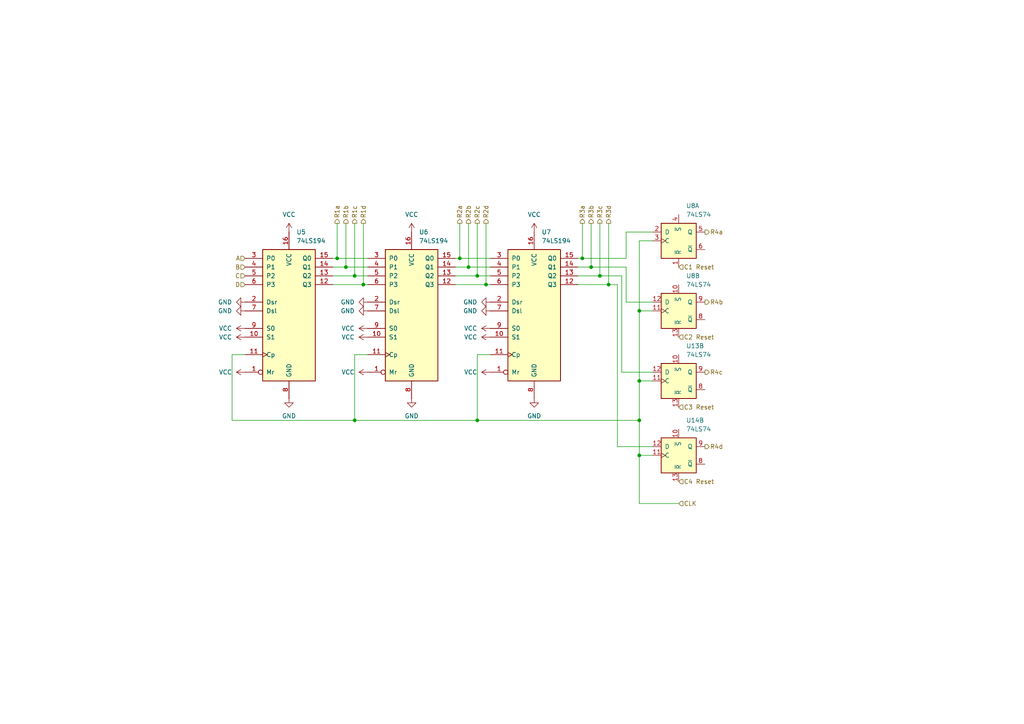
<source format=kicad_sch>
(kicad_sch
	(version 20250114)
	(generator "eeschema")
	(generator_version "9.0")
	(uuid "07c92a8f-5488-45ee-9a41-da9c7fece740")
	(paper "A4")
	(lib_symbols
		(symbol "74xx:74LS194"
			(pin_names
				(offset 1.016)
			)
			(exclude_from_sim no)
			(in_bom yes)
			(on_board yes)
			(property "Reference" "U"
				(at -7.62 19.05 0)
				(effects
					(font
						(size 1.27 1.27)
					)
				)
			)
			(property "Value" "74LS194"
				(at -7.62 -21.59 0)
				(effects
					(font
						(size 1.27 1.27)
					)
				)
			)
			(property "Footprint" ""
				(at 0 0 0)
				(effects
					(font
						(size 1.27 1.27)
					)
					(hide yes)
				)
			)
			(property "Datasheet" "http://www.ti.com/lit/gpn/sn74LS194"
				(at 0 0 0)
				(effects
					(font
						(size 1.27 1.27)
					)
					(hide yes)
				)
			)
			(property "Description" "Shift Register 4-bit Bidirectional"
				(at 0 0 0)
				(effects
					(font
						(size 1.27 1.27)
					)
					(hide yes)
				)
			)
			(property "ki_locked" ""
				(at 0 0 0)
				(effects
					(font
						(size 1.27 1.27)
					)
				)
			)
			(property "ki_keywords" "TTL RS SR4"
				(at 0 0 0)
				(effects
					(font
						(size 1.27 1.27)
					)
					(hide yes)
				)
			)
			(property "ki_fp_filters" "DIP?16*"
				(at 0 0 0)
				(effects
					(font
						(size 1.27 1.27)
					)
					(hide yes)
				)
			)
			(symbol "74LS194_1_0"
				(pin input line
					(at -12.7 15.24 0)
					(length 5.08)
					(name "P0"
						(effects
							(font
								(size 1.27 1.27)
							)
						)
					)
					(number "3"
						(effects
							(font
								(size 1.27 1.27)
							)
						)
					)
				)
				(pin input line
					(at -12.7 12.7 0)
					(length 5.08)
					(name "P1"
						(effects
							(font
								(size 1.27 1.27)
							)
						)
					)
					(number "4"
						(effects
							(font
								(size 1.27 1.27)
							)
						)
					)
				)
				(pin input line
					(at -12.7 10.16 0)
					(length 5.08)
					(name "P2"
						(effects
							(font
								(size 1.27 1.27)
							)
						)
					)
					(number "5"
						(effects
							(font
								(size 1.27 1.27)
							)
						)
					)
				)
				(pin input line
					(at -12.7 7.62 0)
					(length 5.08)
					(name "P3"
						(effects
							(font
								(size 1.27 1.27)
							)
						)
					)
					(number "6"
						(effects
							(font
								(size 1.27 1.27)
							)
						)
					)
				)
				(pin input line
					(at -12.7 2.54 0)
					(length 5.08)
					(name "Dsr"
						(effects
							(font
								(size 1.27 1.27)
							)
						)
					)
					(number "2"
						(effects
							(font
								(size 1.27 1.27)
							)
						)
					)
				)
				(pin input line
					(at -12.7 0 0)
					(length 5.08)
					(name "Dsl"
						(effects
							(font
								(size 1.27 1.27)
							)
						)
					)
					(number "7"
						(effects
							(font
								(size 1.27 1.27)
							)
						)
					)
				)
				(pin input line
					(at -12.7 -5.08 0)
					(length 5.08)
					(name "S0"
						(effects
							(font
								(size 1.27 1.27)
							)
						)
					)
					(number "9"
						(effects
							(font
								(size 1.27 1.27)
							)
						)
					)
				)
				(pin input line
					(at -12.7 -7.62 0)
					(length 5.08)
					(name "S1"
						(effects
							(font
								(size 1.27 1.27)
							)
						)
					)
					(number "10"
						(effects
							(font
								(size 1.27 1.27)
							)
						)
					)
				)
				(pin input clock
					(at -12.7 -12.7 0)
					(length 5.08)
					(name "Cp"
						(effects
							(font
								(size 1.27 1.27)
							)
						)
					)
					(number "11"
						(effects
							(font
								(size 1.27 1.27)
							)
						)
					)
				)
				(pin input inverted
					(at -12.7 -17.78 0)
					(length 5.08)
					(name "Mr"
						(effects
							(font
								(size 1.27 1.27)
							)
						)
					)
					(number "1"
						(effects
							(font
								(size 1.27 1.27)
							)
						)
					)
				)
				(pin power_in line
					(at 0 22.86 270)
					(length 5.08)
					(name "VCC"
						(effects
							(font
								(size 1.27 1.27)
							)
						)
					)
					(number "16"
						(effects
							(font
								(size 1.27 1.27)
							)
						)
					)
				)
				(pin power_in line
					(at 0 -25.4 90)
					(length 5.08)
					(name "GND"
						(effects
							(font
								(size 1.27 1.27)
							)
						)
					)
					(number "8"
						(effects
							(font
								(size 1.27 1.27)
							)
						)
					)
				)
				(pin output line
					(at 12.7 15.24 180)
					(length 5.08)
					(name "Q0"
						(effects
							(font
								(size 1.27 1.27)
							)
						)
					)
					(number "15"
						(effects
							(font
								(size 1.27 1.27)
							)
						)
					)
				)
				(pin output line
					(at 12.7 12.7 180)
					(length 5.08)
					(name "Q1"
						(effects
							(font
								(size 1.27 1.27)
							)
						)
					)
					(number "14"
						(effects
							(font
								(size 1.27 1.27)
							)
						)
					)
				)
				(pin output line
					(at 12.7 10.16 180)
					(length 5.08)
					(name "Q2"
						(effects
							(font
								(size 1.27 1.27)
							)
						)
					)
					(number "13"
						(effects
							(font
								(size 1.27 1.27)
							)
						)
					)
				)
				(pin output line
					(at 12.7 7.62 180)
					(length 5.08)
					(name "Q3"
						(effects
							(font
								(size 1.27 1.27)
							)
						)
					)
					(number "12"
						(effects
							(font
								(size 1.27 1.27)
							)
						)
					)
				)
			)
			(symbol "74LS194_1_1"
				(rectangle
					(start -7.62 17.78)
					(end 7.62 -20.32)
					(stroke
						(width 0.254)
						(type default)
					)
					(fill
						(type background)
					)
				)
			)
			(embedded_fonts no)
		)
		(symbol "74xx:74LS74"
			(pin_names
				(offset 1.016)
			)
			(exclude_from_sim no)
			(in_bom yes)
			(on_board yes)
			(property "Reference" "U"
				(at -7.62 8.89 0)
				(effects
					(font
						(size 1.27 1.27)
					)
				)
			)
			(property "Value" "74LS74"
				(at -7.62 -8.89 0)
				(effects
					(font
						(size 1.27 1.27)
					)
				)
			)
			(property "Footprint" ""
				(at 0 0 0)
				(effects
					(font
						(size 1.27 1.27)
					)
					(hide yes)
				)
			)
			(property "Datasheet" "74xx/74hc_hct74.pdf"
				(at 0 0 0)
				(effects
					(font
						(size 1.27 1.27)
					)
					(hide yes)
				)
			)
			(property "Description" "Dual D Flip-flop, Set & Reset"
				(at 0 0 0)
				(effects
					(font
						(size 1.27 1.27)
					)
					(hide yes)
				)
			)
			(property "ki_locked" ""
				(at 0 0 0)
				(effects
					(font
						(size 1.27 1.27)
					)
				)
			)
			(property "ki_keywords" "TTL DFF"
				(at 0 0 0)
				(effects
					(font
						(size 1.27 1.27)
					)
					(hide yes)
				)
			)
			(property "ki_fp_filters" "DIP*W7.62mm*"
				(at 0 0 0)
				(effects
					(font
						(size 1.27 1.27)
					)
					(hide yes)
				)
			)
			(symbol "74LS74_1_0"
				(pin input line
					(at -7.62 2.54 0)
					(length 2.54)
					(name "D"
						(effects
							(font
								(size 1.27 1.27)
							)
						)
					)
					(number "2"
						(effects
							(font
								(size 1.27 1.27)
							)
						)
					)
				)
				(pin input clock
					(at -7.62 0 0)
					(length 2.54)
					(name "C"
						(effects
							(font
								(size 1.27 1.27)
							)
						)
					)
					(number "3"
						(effects
							(font
								(size 1.27 1.27)
							)
						)
					)
				)
				(pin input line
					(at 0 7.62 270)
					(length 2.54)
					(name "~{S}"
						(effects
							(font
								(size 1.27 1.27)
							)
						)
					)
					(number "4"
						(effects
							(font
								(size 1.27 1.27)
							)
						)
					)
				)
				(pin input line
					(at 0 -7.62 90)
					(length 2.54)
					(name "~{R}"
						(effects
							(font
								(size 1.27 1.27)
							)
						)
					)
					(number "1"
						(effects
							(font
								(size 1.27 1.27)
							)
						)
					)
				)
				(pin output line
					(at 7.62 2.54 180)
					(length 2.54)
					(name "Q"
						(effects
							(font
								(size 1.27 1.27)
							)
						)
					)
					(number "5"
						(effects
							(font
								(size 1.27 1.27)
							)
						)
					)
				)
				(pin output line
					(at 7.62 -2.54 180)
					(length 2.54)
					(name "~{Q}"
						(effects
							(font
								(size 1.27 1.27)
							)
						)
					)
					(number "6"
						(effects
							(font
								(size 1.27 1.27)
							)
						)
					)
				)
			)
			(symbol "74LS74_1_1"
				(rectangle
					(start -5.08 5.08)
					(end 5.08 -5.08)
					(stroke
						(width 0.254)
						(type default)
					)
					(fill
						(type background)
					)
				)
			)
			(symbol "74LS74_2_0"
				(pin input line
					(at -7.62 2.54 0)
					(length 2.54)
					(name "D"
						(effects
							(font
								(size 1.27 1.27)
							)
						)
					)
					(number "12"
						(effects
							(font
								(size 1.27 1.27)
							)
						)
					)
				)
				(pin input clock
					(at -7.62 0 0)
					(length 2.54)
					(name "C"
						(effects
							(font
								(size 1.27 1.27)
							)
						)
					)
					(number "11"
						(effects
							(font
								(size 1.27 1.27)
							)
						)
					)
				)
				(pin input line
					(at 0 7.62 270)
					(length 2.54)
					(name "~{S}"
						(effects
							(font
								(size 1.27 1.27)
							)
						)
					)
					(number "10"
						(effects
							(font
								(size 1.27 1.27)
							)
						)
					)
				)
				(pin input line
					(at 0 -7.62 90)
					(length 2.54)
					(name "~{R}"
						(effects
							(font
								(size 1.27 1.27)
							)
						)
					)
					(number "13"
						(effects
							(font
								(size 1.27 1.27)
							)
						)
					)
				)
				(pin output line
					(at 7.62 2.54 180)
					(length 2.54)
					(name "Q"
						(effects
							(font
								(size 1.27 1.27)
							)
						)
					)
					(number "9"
						(effects
							(font
								(size 1.27 1.27)
							)
						)
					)
				)
				(pin output line
					(at 7.62 -2.54 180)
					(length 2.54)
					(name "~{Q}"
						(effects
							(font
								(size 1.27 1.27)
							)
						)
					)
					(number "8"
						(effects
							(font
								(size 1.27 1.27)
							)
						)
					)
				)
			)
			(symbol "74LS74_2_1"
				(rectangle
					(start -5.08 5.08)
					(end 5.08 -5.08)
					(stroke
						(width 0.254)
						(type default)
					)
					(fill
						(type background)
					)
				)
			)
			(symbol "74LS74_3_0"
				(pin power_in line
					(at 0 10.16 270)
					(length 2.54)
					(name "VCC"
						(effects
							(font
								(size 1.27 1.27)
							)
						)
					)
					(number "14"
						(effects
							(font
								(size 1.27 1.27)
							)
						)
					)
				)
				(pin power_in line
					(at 0 -10.16 90)
					(length 2.54)
					(name "GND"
						(effects
							(font
								(size 1.27 1.27)
							)
						)
					)
					(number "7"
						(effects
							(font
								(size 1.27 1.27)
							)
						)
					)
				)
			)
			(symbol "74LS74_3_1"
				(rectangle
					(start -5.08 7.62)
					(end 5.08 -7.62)
					(stroke
						(width 0.254)
						(type default)
					)
					(fill
						(type background)
					)
				)
			)
			(embedded_fonts no)
		)
		(symbol "power:GND"
			(power)
			(pin_numbers
				(hide yes)
			)
			(pin_names
				(offset 0)
				(hide yes)
			)
			(exclude_from_sim no)
			(in_bom yes)
			(on_board yes)
			(property "Reference" "#PWR"
				(at 0 -6.35 0)
				(effects
					(font
						(size 1.27 1.27)
					)
					(hide yes)
				)
			)
			(property "Value" "GND"
				(at 0 -3.81 0)
				(effects
					(font
						(size 1.27 1.27)
					)
				)
			)
			(property "Footprint" ""
				(at 0 0 0)
				(effects
					(font
						(size 1.27 1.27)
					)
					(hide yes)
				)
			)
			(property "Datasheet" ""
				(at 0 0 0)
				(effects
					(font
						(size 1.27 1.27)
					)
					(hide yes)
				)
			)
			(property "Description" "Power symbol creates a global label with name \"GND\" , ground"
				(at 0 0 0)
				(effects
					(font
						(size 1.27 1.27)
					)
					(hide yes)
				)
			)
			(property "ki_keywords" "global power"
				(at 0 0 0)
				(effects
					(font
						(size 1.27 1.27)
					)
					(hide yes)
				)
			)
			(symbol "GND_0_1"
				(polyline
					(pts
						(xy 0 0) (xy 0 -1.27) (xy 1.27 -1.27) (xy 0 -2.54) (xy -1.27 -1.27) (xy 0 -1.27)
					)
					(stroke
						(width 0)
						(type default)
					)
					(fill
						(type none)
					)
				)
			)
			(symbol "GND_1_1"
				(pin power_in line
					(at 0 0 270)
					(length 0)
					(name "~"
						(effects
							(font
								(size 1.27 1.27)
							)
						)
					)
					(number "1"
						(effects
							(font
								(size 1.27 1.27)
							)
						)
					)
				)
			)
			(embedded_fonts no)
		)
		(symbol "power:VCC"
			(power)
			(pin_numbers
				(hide yes)
			)
			(pin_names
				(offset 0)
				(hide yes)
			)
			(exclude_from_sim no)
			(in_bom yes)
			(on_board yes)
			(property "Reference" "#PWR"
				(at 0 -3.81 0)
				(effects
					(font
						(size 1.27 1.27)
					)
					(hide yes)
				)
			)
			(property "Value" "VCC"
				(at 0 3.556 0)
				(effects
					(font
						(size 1.27 1.27)
					)
				)
			)
			(property "Footprint" ""
				(at 0 0 0)
				(effects
					(font
						(size 1.27 1.27)
					)
					(hide yes)
				)
			)
			(property "Datasheet" ""
				(at 0 0 0)
				(effects
					(font
						(size 1.27 1.27)
					)
					(hide yes)
				)
			)
			(property "Description" "Power symbol creates a global label with name \"VCC\""
				(at 0 0 0)
				(effects
					(font
						(size 1.27 1.27)
					)
					(hide yes)
				)
			)
			(property "ki_keywords" "global power"
				(at 0 0 0)
				(effects
					(font
						(size 1.27 1.27)
					)
					(hide yes)
				)
			)
			(symbol "VCC_0_1"
				(polyline
					(pts
						(xy -0.762 1.27) (xy 0 2.54)
					)
					(stroke
						(width 0)
						(type default)
					)
					(fill
						(type none)
					)
				)
				(polyline
					(pts
						(xy 0 2.54) (xy 0.762 1.27)
					)
					(stroke
						(width 0)
						(type default)
					)
					(fill
						(type none)
					)
				)
				(polyline
					(pts
						(xy 0 0) (xy 0 2.54)
					)
					(stroke
						(width 0)
						(type default)
					)
					(fill
						(type none)
					)
				)
			)
			(symbol "VCC_1_1"
				(pin power_in line
					(at 0 0 90)
					(length 0)
					(name "~"
						(effects
							(font
								(size 1.27 1.27)
							)
						)
					)
					(number "1"
						(effects
							(font
								(size 1.27 1.27)
							)
						)
					)
				)
			)
			(embedded_fonts no)
		)
	)
	(junction
		(at 140.97 82.55)
		(diameter 0)
		(color 0 0 0 0)
		(uuid "027ae8bd-5e88-451e-930e-b62cc9c410a8")
	)
	(junction
		(at 97.79 74.93)
		(diameter 0)
		(color 0 0 0 0)
		(uuid "0a3d83a3-da58-4d1f-a928-08f8fbd5e024")
	)
	(junction
		(at 100.33 77.47)
		(diameter 0)
		(color 0 0 0 0)
		(uuid "13a2018f-3ee5-4173-b8a6-a9457c91b8be")
	)
	(junction
		(at 102.87 121.92)
		(diameter 0)
		(color 0 0 0 0)
		(uuid "214667f3-1a20-409b-b8df-4bd874af7a0c")
	)
	(junction
		(at 138.43 121.92)
		(diameter 0)
		(color 0 0 0 0)
		(uuid "2c01c9c3-b014-4fc2-a5a7-c92bfe533097")
	)
	(junction
		(at 185.42 110.49)
		(diameter 0)
		(color 0 0 0 0)
		(uuid "43457dbe-5d3b-48c6-b18b-61161a4e6b44")
	)
	(junction
		(at 176.53 82.55)
		(diameter 0)
		(color 0 0 0 0)
		(uuid "4ac11e0f-8f66-4ffa-a039-13653f5542fc")
	)
	(junction
		(at 173.99 80.01)
		(diameter 0)
		(color 0 0 0 0)
		(uuid "5489e7d4-8a4c-42fc-a43f-9ff76e85e1b3")
	)
	(junction
		(at 102.87 80.01)
		(diameter 0)
		(color 0 0 0 0)
		(uuid "5f53a763-e60a-481a-a0b0-5f4888aed07b")
	)
	(junction
		(at 185.42 90.17)
		(diameter 0)
		(color 0 0 0 0)
		(uuid "6480d1c7-79e6-4655-a9b7-3757b6f59ae0")
	)
	(junction
		(at 133.35 74.93)
		(diameter 0)
		(color 0 0 0 0)
		(uuid "9e341149-6b27-4518-abf4-5aea9ca11a7a")
	)
	(junction
		(at 135.89 77.47)
		(diameter 0)
		(color 0 0 0 0)
		(uuid "9e8a1292-3ac4-4417-9b9e-77a777b4a059")
	)
	(junction
		(at 171.45 77.47)
		(diameter 0)
		(color 0 0 0 0)
		(uuid "9f665bdb-d599-4d58-9439-a0d15858a04a")
	)
	(junction
		(at 168.91 74.93)
		(diameter 0)
		(color 0 0 0 0)
		(uuid "a50968b5-a809-4990-a4ef-c449f390a636")
	)
	(junction
		(at 185.42 132.08)
		(diameter 0)
		(color 0 0 0 0)
		(uuid "b3195a11-062e-445c-bfb8-9c2bceaedcf4")
	)
	(junction
		(at 105.41 82.55)
		(diameter 0)
		(color 0 0 0 0)
		(uuid "b9b7253c-f72e-493c-91a8-a154304190e9")
	)
	(junction
		(at 185.42 121.92)
		(diameter 0)
		(color 0 0 0 0)
		(uuid "da1056e4-13ab-43aa-8ff2-04ec38ececc2")
	)
	(junction
		(at 138.43 80.01)
		(diameter 0)
		(color 0 0 0 0)
		(uuid "e05e7c86-6891-4844-a1a5-bbc870a55e10")
	)
	(wire
		(pts
			(xy 176.53 82.55) (xy 179.07 82.55)
		)
		(stroke
			(width 0)
			(type default)
		)
		(uuid "042f4283-1d59-4558-b1bb-75e7f7b32d7e")
	)
	(wire
		(pts
			(xy 106.68 74.93) (xy 97.79 74.93)
		)
		(stroke
			(width 0)
			(type default)
		)
		(uuid "06c748a9-d8da-4e21-9363-40de165a7f5e")
	)
	(wire
		(pts
			(xy 185.42 90.17) (xy 185.42 110.49)
		)
		(stroke
			(width 0)
			(type default)
		)
		(uuid "0e798ebe-1b70-4a4d-9b04-caec0a1275cd")
	)
	(wire
		(pts
			(xy 67.31 121.92) (xy 102.87 121.92)
		)
		(stroke
			(width 0)
			(type default)
		)
		(uuid "1cecb105-dd63-45c4-90ac-a45f8e710722")
	)
	(wire
		(pts
			(xy 102.87 64.77) (xy 102.87 80.01)
		)
		(stroke
			(width 0)
			(type default)
		)
		(uuid "2289d6ce-6084-4df8-a515-4346fa84ee39")
	)
	(wire
		(pts
			(xy 140.97 82.55) (xy 142.24 82.55)
		)
		(stroke
			(width 0)
			(type default)
		)
		(uuid "245bbf36-c7a1-4c5e-bcea-737b8871df11")
	)
	(wire
		(pts
			(xy 132.08 80.01) (xy 138.43 80.01)
		)
		(stroke
			(width 0)
			(type default)
		)
		(uuid "25d1f8e8-f5ef-4ff0-8da4-070eb4c1dfd1")
	)
	(wire
		(pts
			(xy 180.34 107.95) (xy 189.23 107.95)
		)
		(stroke
			(width 0)
			(type default)
		)
		(uuid "2c34df10-edf2-454e-80ee-0987a506f464")
	)
	(wire
		(pts
			(xy 100.33 77.47) (xy 96.52 77.47)
		)
		(stroke
			(width 0)
			(type default)
		)
		(uuid "2e2fc14d-01f4-46d2-b1b3-13ffdb3dcff2")
	)
	(wire
		(pts
			(xy 185.42 132.08) (xy 189.23 132.08)
		)
		(stroke
			(width 0)
			(type default)
		)
		(uuid "309a1706-0f79-457e-a738-d0a2a7c926f6")
	)
	(wire
		(pts
			(xy 167.64 74.93) (xy 168.91 74.93)
		)
		(stroke
			(width 0)
			(type default)
		)
		(uuid "30eb0f9b-a385-48ae-b279-54d104f446d3")
	)
	(wire
		(pts
			(xy 185.42 110.49) (xy 189.23 110.49)
		)
		(stroke
			(width 0)
			(type default)
		)
		(uuid "3162d07f-614c-4f3a-bd26-41b02275bfff")
	)
	(wire
		(pts
			(xy 171.45 64.77) (xy 171.45 77.47)
		)
		(stroke
			(width 0)
			(type default)
		)
		(uuid "32bcee37-8d89-47a3-8d20-11f928bb49cd")
	)
	(wire
		(pts
			(xy 167.64 77.47) (xy 171.45 77.47)
		)
		(stroke
			(width 0)
			(type default)
		)
		(uuid "35ad65d5-3c19-43bd-b9dd-b05fb9f24c11")
	)
	(wire
		(pts
			(xy 132.08 74.93) (xy 133.35 74.93)
		)
		(stroke
			(width 0)
			(type default)
		)
		(uuid "3f4abf8d-c2da-432b-8015-3e8d024fed25")
	)
	(wire
		(pts
			(xy 106.68 82.55) (xy 105.41 82.55)
		)
		(stroke
			(width 0)
			(type default)
		)
		(uuid "457907a0-21d1-43d2-979c-6be5aba28612")
	)
	(wire
		(pts
			(xy 105.41 64.77) (xy 105.41 82.55)
		)
		(stroke
			(width 0)
			(type default)
		)
		(uuid "4d652e31-cd9f-4df3-a394-f4b71a4c76f8")
	)
	(wire
		(pts
			(xy 100.33 64.77) (xy 100.33 77.47)
		)
		(stroke
			(width 0)
			(type default)
		)
		(uuid "550d567e-7208-458f-a24b-6558cf2e815e")
	)
	(wire
		(pts
			(xy 185.42 69.85) (xy 185.42 90.17)
		)
		(stroke
			(width 0)
			(type default)
		)
		(uuid "553fc119-4403-4b6c-8df2-2439d124bbdf")
	)
	(wire
		(pts
			(xy 168.91 64.77) (xy 168.91 74.93)
		)
		(stroke
			(width 0)
			(type default)
		)
		(uuid "59385091-2d2c-48a2-aa67-412fdf062958")
	)
	(wire
		(pts
			(xy 173.99 80.01) (xy 180.34 80.01)
		)
		(stroke
			(width 0)
			(type default)
		)
		(uuid "594679cd-090b-4951-9df1-7bc62798732d")
	)
	(wire
		(pts
			(xy 106.68 77.47) (xy 100.33 77.47)
		)
		(stroke
			(width 0)
			(type default)
		)
		(uuid "5beae47f-50b6-40c7-9a7b-5f99c40b08d0")
	)
	(wire
		(pts
			(xy 189.23 90.17) (xy 185.42 90.17)
		)
		(stroke
			(width 0)
			(type default)
		)
		(uuid "5f27e9cb-8c3f-42c7-8c7a-650c140304c6")
	)
	(wire
		(pts
			(xy 167.64 80.01) (xy 173.99 80.01)
		)
		(stroke
			(width 0)
			(type default)
		)
		(uuid "653a5700-7aa7-4573-aa31-ed2fbdb5da20")
	)
	(wire
		(pts
			(xy 173.99 64.77) (xy 173.99 80.01)
		)
		(stroke
			(width 0)
			(type default)
		)
		(uuid "6974c9d3-96ba-49d7-8240-5c33eeba500e")
	)
	(wire
		(pts
			(xy 180.34 80.01) (xy 180.34 107.95)
		)
		(stroke
			(width 0)
			(type default)
		)
		(uuid "6992b068-89a9-4062-83de-856edb27cf48")
	)
	(wire
		(pts
			(xy 181.61 67.31) (xy 189.23 67.31)
		)
		(stroke
			(width 0)
			(type default)
		)
		(uuid "761fcb08-c9d3-415d-b9da-71225b6d04d6")
	)
	(wire
		(pts
			(xy 142.24 102.87) (xy 138.43 102.87)
		)
		(stroke
			(width 0)
			(type default)
		)
		(uuid "777bd65a-3026-41d0-a696-0b3e1ff9324a")
	)
	(wire
		(pts
			(xy 71.12 102.87) (xy 67.31 102.87)
		)
		(stroke
			(width 0)
			(type default)
		)
		(uuid "7b07b72e-9952-42fb-85e8-f3e90da2600b")
	)
	(wire
		(pts
			(xy 97.79 64.77) (xy 97.79 74.93)
		)
		(stroke
			(width 0)
			(type default)
		)
		(uuid "7d0f2d30-f27e-4fe1-a9b8-91a08b8d1b11")
	)
	(wire
		(pts
			(xy 185.42 132.08) (xy 185.42 121.92)
		)
		(stroke
			(width 0)
			(type default)
		)
		(uuid "7dc11811-5961-4744-80fc-12ec8a540de4")
	)
	(wire
		(pts
			(xy 135.89 64.77) (xy 135.89 77.47)
		)
		(stroke
			(width 0)
			(type default)
		)
		(uuid "7f9b6898-e36b-4c22-9b17-6415133460a8")
	)
	(wire
		(pts
			(xy 179.07 129.54) (xy 189.23 129.54)
		)
		(stroke
			(width 0)
			(type default)
		)
		(uuid "83eb977d-e73e-410d-9b06-9ce3d534a1ee")
	)
	(wire
		(pts
			(xy 132.08 77.47) (xy 135.89 77.47)
		)
		(stroke
			(width 0)
			(type default)
		)
		(uuid "8a2a6ec7-e40d-488c-b233-65d09b0997da")
	)
	(wire
		(pts
			(xy 138.43 64.77) (xy 138.43 80.01)
		)
		(stroke
			(width 0)
			(type default)
		)
		(uuid "8b6e7d22-be27-43b6-b61f-6d60afe2f34b")
	)
	(wire
		(pts
			(xy 67.31 102.87) (xy 67.31 121.92)
		)
		(stroke
			(width 0)
			(type default)
		)
		(uuid "8cc72f57-cf16-4ec8-b8b1-59e323b56b54")
	)
	(wire
		(pts
			(xy 106.68 80.01) (xy 102.87 80.01)
		)
		(stroke
			(width 0)
			(type default)
		)
		(uuid "8e950460-3d79-470c-8169-39b101efaa8d")
	)
	(wire
		(pts
			(xy 138.43 80.01) (xy 142.24 80.01)
		)
		(stroke
			(width 0)
			(type default)
		)
		(uuid "8fa43d10-e9a5-4f95-8b85-48e125cdc6c5")
	)
	(wire
		(pts
			(xy 133.35 74.93) (xy 142.24 74.93)
		)
		(stroke
			(width 0)
			(type default)
		)
		(uuid "92f9e8e9-e1a7-431d-8c6f-8598faf7681d")
	)
	(wire
		(pts
			(xy 133.35 64.77) (xy 133.35 74.93)
		)
		(stroke
			(width 0)
			(type default)
		)
		(uuid "93468378-ad10-4bf0-963d-3bda1389a424")
	)
	(wire
		(pts
			(xy 105.41 82.55) (xy 96.52 82.55)
		)
		(stroke
			(width 0)
			(type default)
		)
		(uuid "96381c9c-8030-47fa-af74-b4ab9943f65a")
	)
	(wire
		(pts
			(xy 135.89 77.47) (xy 142.24 77.47)
		)
		(stroke
			(width 0)
			(type default)
		)
		(uuid "9b1e08d8-e771-42cb-ae59-e9288ed64abc")
	)
	(wire
		(pts
			(xy 181.61 74.93) (xy 181.61 67.31)
		)
		(stroke
			(width 0)
			(type default)
		)
		(uuid "9c8ef838-e1e8-4740-a81c-0daec165ff93")
	)
	(wire
		(pts
			(xy 179.07 82.55) (xy 179.07 129.54)
		)
		(stroke
			(width 0)
			(type default)
		)
		(uuid "9f7ffb30-5215-4e66-8973-c0a4cc70c453")
	)
	(wire
		(pts
			(xy 181.61 77.47) (xy 181.61 87.63)
		)
		(stroke
			(width 0)
			(type default)
		)
		(uuid "aa064f5e-4311-4e7c-bb98-6172a226246d")
	)
	(wire
		(pts
			(xy 168.91 74.93) (xy 181.61 74.93)
		)
		(stroke
			(width 0)
			(type default)
		)
		(uuid "afd30f86-b41d-47e7-a4f9-81995b746a7f")
	)
	(wire
		(pts
			(xy 185.42 121.92) (xy 185.42 110.49)
		)
		(stroke
			(width 0)
			(type default)
		)
		(uuid "b8a7b855-4c88-44c2-b353-dd3a5033551f")
	)
	(wire
		(pts
			(xy 181.61 87.63) (xy 189.23 87.63)
		)
		(stroke
			(width 0)
			(type default)
		)
		(uuid "ba1f38fe-a1db-4e74-9960-6b664bfe20f6")
	)
	(wire
		(pts
			(xy 176.53 64.77) (xy 176.53 82.55)
		)
		(stroke
			(width 0)
			(type default)
		)
		(uuid "c140cd5b-a44b-473e-853b-fa8b8ab3b552")
	)
	(wire
		(pts
			(xy 138.43 121.92) (xy 185.42 121.92)
		)
		(stroke
			(width 0)
			(type default)
		)
		(uuid "c320e325-b8f2-4e8d-9d3c-d33d4711bb87")
	)
	(wire
		(pts
			(xy 102.87 80.01) (xy 96.52 80.01)
		)
		(stroke
			(width 0)
			(type default)
		)
		(uuid "c71f02eb-dbbd-41dc-a78e-bda9430af585")
	)
	(wire
		(pts
			(xy 106.68 102.87) (xy 102.87 102.87)
		)
		(stroke
			(width 0)
			(type default)
		)
		(uuid "c7b463c4-f847-4798-a7c9-0fcde8b7f4fb")
	)
	(wire
		(pts
			(xy 97.79 74.93) (xy 96.52 74.93)
		)
		(stroke
			(width 0)
			(type default)
		)
		(uuid "c8c50673-70e2-45a9-95d0-54bdf23f0eb7")
	)
	(wire
		(pts
			(xy 140.97 64.77) (xy 140.97 82.55)
		)
		(stroke
			(width 0)
			(type default)
		)
		(uuid "da065a1b-75a3-47e7-815b-122dffed0e82")
	)
	(wire
		(pts
			(xy 102.87 121.92) (xy 138.43 121.92)
		)
		(stroke
			(width 0)
			(type default)
		)
		(uuid "dd275fa1-d6fe-489d-838b-0321d6b95efb")
	)
	(wire
		(pts
			(xy 185.42 146.05) (xy 196.85 146.05)
		)
		(stroke
			(width 0)
			(type default)
		)
		(uuid "e453fef1-81ff-480e-b609-0e4865a54ab9")
	)
	(wire
		(pts
			(xy 171.45 77.47) (xy 181.61 77.47)
		)
		(stroke
			(width 0)
			(type default)
		)
		(uuid "ec37d305-61e3-4fd1-a368-2e2563c62472")
	)
	(wire
		(pts
			(xy 167.64 82.55) (xy 176.53 82.55)
		)
		(stroke
			(width 0)
			(type default)
		)
		(uuid "f00d38a7-7818-40e8-9e03-3ec4993dade3")
	)
	(wire
		(pts
			(xy 132.08 82.55) (xy 140.97 82.55)
		)
		(stroke
			(width 0)
			(type default)
		)
		(uuid "f0278819-3403-42fd-b44e-4b5b47fe2432")
	)
	(wire
		(pts
			(xy 185.42 146.05) (xy 185.42 132.08)
		)
		(stroke
			(width 0)
			(type default)
		)
		(uuid "f435f16c-769e-4d81-94d9-2f589f49330a")
	)
	(wire
		(pts
			(xy 189.23 69.85) (xy 185.42 69.85)
		)
		(stroke
			(width 0)
			(type default)
		)
		(uuid "f7c2258e-ff03-4da0-882e-998295411c0c")
	)
	(wire
		(pts
			(xy 138.43 102.87) (xy 138.43 121.92)
		)
		(stroke
			(width 0)
			(type default)
		)
		(uuid "f82f6796-77ad-4133-b1cc-94913e042d60")
	)
	(wire
		(pts
			(xy 102.87 102.87) (xy 102.87 121.92)
		)
		(stroke
			(width 0)
			(type default)
		)
		(uuid "ff3bb798-d437-4801-8861-9103af95217c")
	)
	(hierarchical_label "R1d"
		(shape output)
		(at 105.41 64.77 90)
		(effects
			(font
				(size 1.27 1.27)
			)
			(justify left)
		)
		(uuid "01069725-c6bc-4f09-b825-4f8077ea4962")
	)
	(hierarchical_label "C2 Reset"
		(shape input)
		(at 196.85 97.79 0)
		(effects
			(font
				(size 1.27 1.27)
			)
			(justify left)
		)
		(uuid "0d038432-3116-4006-9c40-14cc0dedb376")
	)
	(hierarchical_label "R3d"
		(shape output)
		(at 176.53 64.77 90)
		(effects
			(font
				(size 1.27 1.27)
			)
			(justify left)
		)
		(uuid "0d4bf766-b12c-44f9-a71a-7eeb51127e78")
	)
	(hierarchical_label "R3b"
		(shape output)
		(at 171.45 64.77 90)
		(effects
			(font
				(size 1.27 1.27)
			)
			(justify left)
		)
		(uuid "186d0b78-9606-4050-937d-b8dea095e511")
	)
	(hierarchical_label "R1b"
		(shape output)
		(at 100.33 64.77 90)
		(effects
			(font
				(size 1.27 1.27)
			)
			(justify left)
		)
		(uuid "1e875312-87f1-4962-90b6-23a990fc21ef")
	)
	(hierarchical_label "C4 Reset"
		(shape input)
		(at 196.85 139.7 0)
		(effects
			(font
				(size 1.27 1.27)
			)
			(justify left)
		)
		(uuid "469c8fc5-77b3-45d0-a3ca-57e98f65d78b")
	)
	(hierarchical_label "CLK"
		(shape input)
		(at 196.85 146.05 0)
		(effects
			(font
				(size 1.27 1.27)
			)
			(justify left)
		)
		(uuid "5027b2a7-36a7-483d-bc57-2e28141f899d")
	)
	(hierarchical_label "R2b"
		(shape output)
		(at 135.89 64.77 90)
		(effects
			(font
				(size 1.27 1.27)
			)
			(justify left)
		)
		(uuid "612ef723-96f2-48ae-a109-6cc623067e13")
	)
	(hierarchical_label "R1c"
		(shape output)
		(at 102.87 64.77 90)
		(effects
			(font
				(size 1.27 1.27)
			)
			(justify left)
		)
		(uuid "6df11a06-62f3-47c8-919e-a2b780c8ca71")
	)
	(hierarchical_label "A"
		(shape input)
		(at 71.12 74.93 180)
		(effects
			(font
				(size 1.27 1.27)
			)
			(justify right)
		)
		(uuid "6fba17bd-a918-4aed-ae44-791d303c299d")
	)
	(hierarchical_label "B"
		(shape input)
		(at 71.12 77.47 180)
		(effects
			(font
				(size 1.27 1.27)
			)
			(justify right)
		)
		(uuid "7af1e53f-71af-4ed3-943e-ae7984e82d03")
	)
	(hierarchical_label "C3 Reset"
		(shape input)
		(at 196.85 118.11 0)
		(effects
			(font
				(size 1.27 1.27)
			)
			(justify left)
		)
		(uuid "7bbfc821-df13-481c-b4bf-6ce4041b48dc")
	)
	(hierarchical_label "C1 Reset"
		(shape input)
		(at 196.85 77.47 0)
		(effects
			(font
				(size 1.27 1.27)
			)
			(justify left)
		)
		(uuid "a66ebce9-3224-4ce8-9f29-6b2023a21a7f")
	)
	(hierarchical_label "R1a"
		(shape output)
		(at 97.79 64.77 90)
		(effects
			(font
				(size 1.27 1.27)
			)
			(justify left)
		)
		(uuid "b975eb39-c941-4f3a-95fc-28ef5ce46c74")
	)
	(hierarchical_label "R3c"
		(shape output)
		(at 173.99 64.77 90)
		(effects
			(font
				(size 1.27 1.27)
			)
			(justify left)
		)
		(uuid "c65f1b67-5add-4e4a-b1f9-f7f5dc2c9a98")
	)
	(hierarchical_label "R2c"
		(shape output)
		(at 138.43 64.77 90)
		(effects
			(font
				(size 1.27 1.27)
			)
			(justify left)
		)
		(uuid "cd797009-4f30-4b8b-bbd8-c13e21bc9068")
	)
	(hierarchical_label "R2d"
		(shape output)
		(at 140.97 64.77 90)
		(effects
			(font
				(size 1.27 1.27)
			)
			(justify left)
		)
		(uuid "d3df364c-8f67-44e0-a587-993761c73edb")
	)
	(hierarchical_label "R3a"
		(shape output)
		(at 168.91 64.77 90)
		(effects
			(font
				(size 1.27 1.27)
			)
			(justify left)
		)
		(uuid "d5216f38-d6e6-4910-b7a9-ad35cc16ef51")
	)
	(hierarchical_label "C"
		(shape input)
		(at 71.12 80.01 180)
		(effects
			(font
				(size 1.27 1.27)
			)
			(justify right)
		)
		(uuid "e3ecb0be-efeb-4b23-b5c1-2fe03c0aaee7")
	)
	(hierarchical_label "R4a"
		(shape output)
		(at 204.47 67.31 0)
		(effects
			(font
				(size 1.27 1.27)
			)
			(justify left)
		)
		(uuid "e4b3e149-a236-4f9e-bd68-aac4dfae607d")
	)
	(hierarchical_label "R4b"
		(shape output)
		(at 204.47 87.63 0)
		(effects
			(font
				(size 1.27 1.27)
			)
			(justify left)
		)
		(uuid "e8227b72-a3e9-404b-b0b2-7b780e92be21")
	)
	(hierarchical_label "R4d"
		(shape output)
		(at 204.47 129.54 0)
		(effects
			(font
				(size 1.27 1.27)
			)
			(justify left)
		)
		(uuid "f6dd6f9e-0a01-4845-8ebf-6a0a44eed269")
	)
	(hierarchical_label "R2a"
		(shape output)
		(at 133.35 64.77 90)
		(effects
			(font
				(size 1.27 1.27)
			)
			(justify left)
		)
		(uuid "fb1c5161-b56c-40a5-b21d-5274815dfe4f")
	)
	(hierarchical_label "D"
		(shape input)
		(at 71.12 82.55 180)
		(effects
			(font
				(size 1.27 1.27)
			)
			(justify right)
		)
		(uuid "fe2f885b-30ef-4a21-b2c5-e8ade99e3800")
	)
	(hierarchical_label "R4c"
		(shape output)
		(at 204.47 107.95 0)
		(effects
			(font
				(size 1.27 1.27)
			)
			(justify left)
		)
		(uuid "ff087482-01af-4706-ba32-1230c8e98c4e")
	)
	(symbol
		(lib_id "power:VCC")
		(at 106.68 97.79 90)
		(unit 1)
		(exclude_from_sim no)
		(in_bom yes)
		(on_board yes)
		(dnp no)
		(fields_autoplaced yes)
		(uuid "088e70a2-afb2-4b12-9c55-3ea0fde9304f")
		(property "Reference" "#PWR039"
			(at 110.49 97.79 0)
			(effects
				(font
					(size 1.27 1.27)
				)
				(hide yes)
			)
		)
		(property "Value" "VCC"
			(at 102.87 97.7899 90)
			(effects
				(font
					(size 1.27 1.27)
				)
				(justify left)
			)
		)
		(property "Footprint" ""
			(at 106.68 97.79 0)
			(effects
				(font
					(size 1.27 1.27)
				)
				(hide yes)
			)
		)
		(property "Datasheet" ""
			(at 106.68 97.79 0)
			(effects
				(font
					(size 1.27 1.27)
				)
				(hide yes)
			)
		)
		(property "Description" "Power symbol creates a global label with name \"VCC\""
			(at 106.68 97.79 0)
			(effects
				(font
					(size 1.27 1.27)
				)
				(hide yes)
			)
		)
		(pin "1"
			(uuid "e717544f-f192-4612-8a91-23aae6df6e1c")
		)
		(instances
			(project "Subway Surfers"
				(path "/e8ee49b0-6c92-4580-8670-f3d8867d6cec/69ab09c7-6941-460a-935a-00aaeda52e0a"
					(reference "#PWR039")
					(unit 1)
				)
			)
		)
	)
	(symbol
		(lib_id "74xx:74LS74")
		(at 196.85 69.85 0)
		(unit 1)
		(exclude_from_sim no)
		(in_bom yes)
		(on_board yes)
		(dnp no)
		(fields_autoplaced yes)
		(uuid "0d9d6233-646b-485e-8a5b-9f1bf7e89f72")
		(property "Reference" "U8"
			(at 198.9933 59.69 0)
			(effects
				(font
					(size 1.27 1.27)
				)
				(justify left)
			)
		)
		(property "Value" "74LS74"
			(at 198.9933 62.23 0)
			(effects
				(font
					(size 1.27 1.27)
				)
				(justify left)
			)
		)
		(property "Footprint" ""
			(at 196.85 69.85 0)
			(effects
				(font
					(size 1.27 1.27)
				)
				(hide yes)
			)
		)
		(property "Datasheet" "74xx/74hc_hct74.pdf"
			(at 196.85 69.85 0)
			(effects
				(font
					(size 1.27 1.27)
				)
				(hide yes)
			)
		)
		(property "Description" "Dual D Flip-flop, Set & Reset"
			(at 196.85 69.85 0)
			(effects
				(font
					(size 1.27 1.27)
				)
				(hide yes)
			)
		)
		(pin "14"
			(uuid "e327927a-a6c8-4ccd-8b21-452ac35c4320")
		)
		(pin "10"
			(uuid "737e91df-cc3f-43d1-b4dc-b42088018d00")
		)
		(pin "1"
			(uuid "7f583f99-f0b1-41d3-a639-08d87f708743")
		)
		(pin "2"
			(uuid "709fb667-d5f5-40e6-91a3-f20385e3f741")
		)
		(pin "5"
			(uuid "39f7c61a-3b54-4aa3-a12c-61502e8c5135")
		)
		(pin "6"
			(uuid "43cc05d5-3bf9-41b8-b070-eaccb74c2549")
		)
		(pin "13"
			(uuid "7840e3f1-0319-469a-8e79-5cbc7703bd21")
		)
		(pin "3"
			(uuid "2c2e1c2f-5904-4b5c-9b71-29cda8943a3f")
		)
		(pin "4"
			(uuid "f4d5d4be-8a09-40b7-9926-69de79ecef5e")
		)
		(pin "12"
			(uuid "85c21192-9301-40d9-89f6-efbcf1e310b1")
		)
		(pin "11"
			(uuid "c8fede65-360d-4d0a-b78c-d061f69901c4")
		)
		(pin "9"
			(uuid "f4bf12f0-14a8-4a9a-a21a-d987bc70320b")
		)
		(pin "8"
			(uuid "fac83cae-0db6-4fe5-b83e-8c32f4a4169e")
		)
		(pin "7"
			(uuid "92150446-c3ba-4070-a9f9-eabc9760134e")
		)
		(instances
			(project ""
				(path "/e8ee49b0-6c92-4580-8670-f3d8867d6cec/69ab09c7-6941-460a-935a-00aaeda52e0a"
					(reference "U8")
					(unit 1)
				)
			)
		)
	)
	(symbol
		(lib_id "power:VCC")
		(at 154.94 67.31 0)
		(unit 1)
		(exclude_from_sim no)
		(in_bom yes)
		(on_board yes)
		(dnp no)
		(fields_autoplaced yes)
		(uuid "0dfdf7db-c255-4d83-9749-cfc1ebea239a")
		(property "Reference" "#PWR048"
			(at 154.94 71.12 0)
			(effects
				(font
					(size 1.27 1.27)
				)
				(hide yes)
			)
		)
		(property "Value" "VCC"
			(at 154.94 62.23 0)
			(effects
				(font
					(size 1.27 1.27)
				)
			)
		)
		(property "Footprint" ""
			(at 154.94 67.31 0)
			(effects
				(font
					(size 1.27 1.27)
				)
				(hide yes)
			)
		)
		(property "Datasheet" ""
			(at 154.94 67.31 0)
			(effects
				(font
					(size 1.27 1.27)
				)
				(hide yes)
			)
		)
		(property "Description" "Power symbol creates a global label with name \"VCC\""
			(at 154.94 67.31 0)
			(effects
				(font
					(size 1.27 1.27)
				)
				(hide yes)
			)
		)
		(pin "1"
			(uuid "3dec2a09-6b42-4be1-83f6-88866d62a51a")
		)
		(instances
			(project "Subway Surfers"
				(path "/e8ee49b0-6c92-4580-8670-f3d8867d6cec/69ab09c7-6941-460a-935a-00aaeda52e0a"
					(reference "#PWR048")
					(unit 1)
				)
			)
		)
	)
	(symbol
		(lib_id "power:GND")
		(at 106.68 90.17 270)
		(unit 1)
		(exclude_from_sim no)
		(in_bom yes)
		(on_board yes)
		(dnp no)
		(fields_autoplaced yes)
		(uuid "1970ba54-b636-4e74-9485-07dc99f0a5ad")
		(property "Reference" "#PWR037"
			(at 100.33 90.17 0)
			(effects
				(font
					(size 1.27 1.27)
				)
				(hide yes)
			)
		)
		(property "Value" "GND"
			(at 102.87 90.1699 90)
			(effects
				(font
					(size 1.27 1.27)
				)
				(justify right)
			)
		)
		(property "Footprint" ""
			(at 106.68 90.17 0)
			(effects
				(font
					(size 1.27 1.27)
				)
				(hide yes)
			)
		)
		(property "Datasheet" ""
			(at 106.68 90.17 0)
			(effects
				(font
					(size 1.27 1.27)
				)
				(hide yes)
			)
		)
		(property "Description" "Power symbol creates a global label with name \"GND\" , ground"
			(at 106.68 90.17 0)
			(effects
				(font
					(size 1.27 1.27)
				)
				(hide yes)
			)
		)
		(pin "1"
			(uuid "93ae9c28-c2e6-46fb-92bf-149211d93c54")
		)
		(instances
			(project "Subway Surfers"
				(path "/e8ee49b0-6c92-4580-8670-f3d8867d6cec/69ab09c7-6941-460a-935a-00aaeda52e0a"
					(reference "#PWR037")
					(unit 1)
				)
			)
		)
	)
	(symbol
		(lib_id "power:VCC")
		(at 119.38 67.31 0)
		(unit 1)
		(exclude_from_sim no)
		(in_bom yes)
		(on_board yes)
		(dnp no)
		(fields_autoplaced yes)
		(uuid "24d4a723-ad85-44ea-b6b0-4d84845bcf0f")
		(property "Reference" "#PWR041"
			(at 119.38 71.12 0)
			(effects
				(font
					(size 1.27 1.27)
				)
				(hide yes)
			)
		)
		(property "Value" "VCC"
			(at 119.38 62.23 0)
			(effects
				(font
					(size 1.27 1.27)
				)
			)
		)
		(property "Footprint" ""
			(at 119.38 67.31 0)
			(effects
				(font
					(size 1.27 1.27)
				)
				(hide yes)
			)
		)
		(property "Datasheet" ""
			(at 119.38 67.31 0)
			(effects
				(font
					(size 1.27 1.27)
				)
				(hide yes)
			)
		)
		(property "Description" "Power symbol creates a global label with name \"VCC\""
			(at 119.38 67.31 0)
			(effects
				(font
					(size 1.27 1.27)
				)
				(hide yes)
			)
		)
		(pin "1"
			(uuid "28cc5740-11f2-4075-9a3f-0cc26ab76bb4")
		)
		(instances
			(project "Subway Surfers"
				(path "/e8ee49b0-6c92-4580-8670-f3d8867d6cec/69ab09c7-6941-460a-935a-00aaeda52e0a"
					(reference "#PWR041")
					(unit 1)
				)
			)
		)
	)
	(symbol
		(lib_id "74xx:74LS194")
		(at 154.94 90.17 0)
		(unit 1)
		(exclude_from_sim no)
		(in_bom yes)
		(on_board yes)
		(dnp no)
		(fields_autoplaced yes)
		(uuid "27edc20a-52e2-4b94-84d4-d444434e88de")
		(property "Reference" "U7"
			(at 157.0833 67.31 0)
			(effects
				(font
					(size 1.27 1.27)
				)
				(justify left)
			)
		)
		(property "Value" "74LS194"
			(at 157.0833 69.85 0)
			(effects
				(font
					(size 1.27 1.27)
				)
				(justify left)
			)
		)
		(property "Footprint" ""
			(at 154.94 90.17 0)
			(effects
				(font
					(size 1.27 1.27)
				)
				(hide yes)
			)
		)
		(property "Datasheet" "http://www.ti.com/lit/gpn/sn74LS194"
			(at 154.94 90.17 0)
			(effects
				(font
					(size 1.27 1.27)
				)
				(hide yes)
			)
		)
		(property "Description" "Shift Register 4-bit Bidirectional"
			(at 154.94 90.17 0)
			(effects
				(font
					(size 1.27 1.27)
				)
				(hide yes)
			)
		)
		(pin "16"
			(uuid "e6f2b065-5b90-4d3a-aac2-fe559d525572")
		)
		(pin "3"
			(uuid "678f90bd-224a-4a52-9228-a936d8ee97c4")
		)
		(pin "12"
			(uuid "cab95297-6ed5-45f8-a24c-db5703f57f16")
		)
		(pin "6"
			(uuid "eed5bc77-b2df-431b-88ac-3c3ae0c97249")
		)
		(pin "10"
			(uuid "a10c5d58-6b1f-4921-b0df-0bc2fe298667")
		)
		(pin "11"
			(uuid "dc404f73-44ad-4967-b2a4-a4123555b2fe")
		)
		(pin "15"
			(uuid "13ac509c-8afd-4253-90ab-3e07e7dc2160")
		)
		(pin "9"
			(uuid "32a2636f-1478-4127-84e2-b3b604858cce")
		)
		(pin "5"
			(uuid "9354c4e5-7a92-410b-bdb7-44f93b750acd")
		)
		(pin "1"
			(uuid "6d78d6d5-3a96-4ab7-86de-0eed919b0a13")
		)
		(pin "4"
			(uuid "dbc044b9-bb83-45e4-b293-c36fa41b50ba")
		)
		(pin "7"
			(uuid "72c2f2de-602c-48b4-86de-a8dc0cbb2f76")
		)
		(pin "2"
			(uuid "30a98996-d2f4-406f-9be2-147780d4c72e")
		)
		(pin "8"
			(uuid "8ca48f9c-d682-4d1c-aca5-0111fe97b17d")
		)
		(pin "14"
			(uuid "37e73baa-a680-4196-b03f-d41d84ba9b0e")
		)
		(pin "13"
			(uuid "8b63cf09-5cf5-4d37-9a51-c5408b82dd79")
		)
		(instances
			(project "Subway Surfers"
				(path "/e8ee49b0-6c92-4580-8670-f3d8867d6cec/69ab09c7-6941-460a-935a-00aaeda52e0a"
					(reference "U7")
					(unit 1)
				)
			)
		)
	)
	(symbol
		(lib_id "power:VCC")
		(at 71.12 97.79 90)
		(unit 1)
		(exclude_from_sim no)
		(in_bom yes)
		(on_board yes)
		(dnp no)
		(fields_autoplaced yes)
		(uuid "28229c75-6aef-4013-871d-32f4fb010f8b")
		(property "Reference" "#PWR032"
			(at 74.93 97.79 0)
			(effects
				(font
					(size 1.27 1.27)
				)
				(hide yes)
			)
		)
		(property "Value" "VCC"
			(at 67.31 97.7899 90)
			(effects
				(font
					(size 1.27 1.27)
				)
				(justify left)
			)
		)
		(property "Footprint" ""
			(at 71.12 97.79 0)
			(effects
				(font
					(size 1.27 1.27)
				)
				(hide yes)
			)
		)
		(property "Datasheet" ""
			(at 71.12 97.79 0)
			(effects
				(font
					(size 1.27 1.27)
				)
				(hide yes)
			)
		)
		(property "Description" "Power symbol creates a global label with name \"VCC\""
			(at 71.12 97.79 0)
			(effects
				(font
					(size 1.27 1.27)
				)
				(hide yes)
			)
		)
		(pin "1"
			(uuid "e6a661de-07d1-4131-83a0-3f4b19023be2")
		)
		(instances
			(project "Subway Surfers"
				(path "/e8ee49b0-6c92-4580-8670-f3d8867d6cec/69ab09c7-6941-460a-935a-00aaeda52e0a"
					(reference "#PWR032")
					(unit 1)
				)
			)
		)
	)
	(symbol
		(lib_id "74xx:74LS74")
		(at 196.85 132.08 0)
		(unit 2)
		(exclude_from_sim no)
		(in_bom yes)
		(on_board yes)
		(dnp no)
		(fields_autoplaced yes)
		(uuid "2d956f80-e866-4953-bac2-f719df737380")
		(property "Reference" "U14"
			(at 198.9933 121.92 0)
			(effects
				(font
					(size 1.27 1.27)
				)
				(justify left)
			)
		)
		(property "Value" "74LS74"
			(at 198.9933 124.46 0)
			(effects
				(font
					(size 1.27 1.27)
				)
				(justify left)
			)
		)
		(property "Footprint" ""
			(at 196.85 132.08 0)
			(effects
				(font
					(size 1.27 1.27)
				)
				(hide yes)
			)
		)
		(property "Datasheet" "74xx/74hc_hct74.pdf"
			(at 196.85 132.08 0)
			(effects
				(font
					(size 1.27 1.27)
				)
				(hide yes)
			)
		)
		(property "Description" "Dual D Flip-flop, Set & Reset"
			(at 196.85 132.08 0)
			(effects
				(font
					(size 1.27 1.27)
				)
				(hide yes)
			)
		)
		(pin "14"
			(uuid "e327927a-a6c8-4ccd-8b21-452ac35c4321")
		)
		(pin "10"
			(uuid "2c43321e-943d-4c6b-8b8a-ddda93b77a85")
		)
		(pin "1"
			(uuid "7f583f99-f0b1-41d3-a639-08d87f708744")
		)
		(pin "2"
			(uuid "709fb667-d5f5-40e6-91a3-f20385e3f742")
		)
		(pin "5"
			(uuid "39f7c61a-3b54-4aa3-a12c-61502e8c5136")
		)
		(pin "6"
			(uuid "43cc05d5-3bf9-41b8-b070-eaccb74c254a")
		)
		(pin "13"
			(uuid "fbfb8db2-ae5f-4902-97d2-bac0a1eb37f4")
		)
		(pin "3"
			(uuid "2c2e1c2f-5904-4b5c-9b71-29cda8943a40")
		)
		(pin "4"
			(uuid "f4d5d4be-8a09-40b7-9926-69de79ecef5f")
		)
		(pin "12"
			(uuid "40b453cf-8f13-481d-aa22-5ee6d901b200")
		)
		(pin "11"
			(uuid "914eee7a-a694-4295-93ca-fb157897dbb1")
		)
		(pin "9"
			(uuid "39283764-3415-4e83-a2ae-9b009bd073b7")
		)
		(pin "8"
			(uuid "3d5410d0-887a-4b8b-809b-e18a13a59aa6")
		)
		(pin "7"
			(uuid "92150446-c3ba-4070-a9f9-eabc9760134f")
		)
		(instances
			(project "Subway Surfers"
				(path "/e8ee49b0-6c92-4580-8670-f3d8867d6cec/69ab09c7-6941-460a-935a-00aaeda52e0a"
					(reference "U14")
					(unit 2)
				)
			)
		)
	)
	(symbol
		(lib_id "power:VCC")
		(at 71.12 107.95 90)
		(unit 1)
		(exclude_from_sim no)
		(in_bom yes)
		(on_board yes)
		(dnp no)
		(fields_autoplaced yes)
		(uuid "43cd9705-fbaa-489b-b9a4-bc41c30d295b")
		(property "Reference" "#PWR033"
			(at 74.93 107.95 0)
			(effects
				(font
					(size 1.27 1.27)
				)
				(hide yes)
			)
		)
		(property "Value" "VCC"
			(at 67.31 107.9499 90)
			(effects
				(font
					(size 1.27 1.27)
				)
				(justify left)
			)
		)
		(property "Footprint" ""
			(at 71.12 107.95 0)
			(effects
				(font
					(size 1.27 1.27)
				)
				(hide yes)
			)
		)
		(property "Datasheet" ""
			(at 71.12 107.95 0)
			(effects
				(font
					(size 1.27 1.27)
				)
				(hide yes)
			)
		)
		(property "Description" "Power symbol creates a global label with name \"VCC\""
			(at 71.12 107.95 0)
			(effects
				(font
					(size 1.27 1.27)
				)
				(hide yes)
			)
		)
		(pin "1"
			(uuid "7269eabe-525c-46f5-91d1-1d26318e41ae")
		)
		(instances
			(project "Subway Surfers"
				(path "/e8ee49b0-6c92-4580-8670-f3d8867d6cec/69ab09c7-6941-460a-935a-00aaeda52e0a"
					(reference "#PWR033")
					(unit 1)
				)
			)
		)
	)
	(symbol
		(lib_id "power:VCC")
		(at 142.24 107.95 90)
		(unit 1)
		(exclude_from_sim no)
		(in_bom yes)
		(on_board yes)
		(dnp no)
		(fields_autoplaced yes)
		(uuid "4aad425d-218e-4ffb-bdef-5c405caf5a94")
		(property "Reference" "#PWR047"
			(at 146.05 107.95 0)
			(effects
				(font
					(size 1.27 1.27)
				)
				(hide yes)
			)
		)
		(property "Value" "VCC"
			(at 138.43 107.9499 90)
			(effects
				(font
					(size 1.27 1.27)
				)
				(justify left)
			)
		)
		(property "Footprint" ""
			(at 142.24 107.95 0)
			(effects
				(font
					(size 1.27 1.27)
				)
				(hide yes)
			)
		)
		(property "Datasheet" ""
			(at 142.24 107.95 0)
			(effects
				(font
					(size 1.27 1.27)
				)
				(hide yes)
			)
		)
		(property "Description" "Power symbol creates a global label with name \"VCC\""
			(at 142.24 107.95 0)
			(effects
				(font
					(size 1.27 1.27)
				)
				(hide yes)
			)
		)
		(pin "1"
			(uuid "74a127b4-85be-4335-9bac-e87047080490")
		)
		(instances
			(project "Subway Surfers"
				(path "/e8ee49b0-6c92-4580-8670-f3d8867d6cec/69ab09c7-6941-460a-935a-00aaeda52e0a"
					(reference "#PWR047")
					(unit 1)
				)
			)
		)
	)
	(symbol
		(lib_id "power:GND")
		(at 154.94 115.57 0)
		(unit 1)
		(exclude_from_sim no)
		(in_bom yes)
		(on_board yes)
		(dnp no)
		(fields_autoplaced yes)
		(uuid "4df5dd15-b43f-4807-a643-6dd49b91233f")
		(property "Reference" "#PWR049"
			(at 154.94 121.92 0)
			(effects
				(font
					(size 1.27 1.27)
				)
				(hide yes)
			)
		)
		(property "Value" "GND"
			(at 154.94 120.65 0)
			(effects
				(font
					(size 1.27 1.27)
				)
			)
		)
		(property "Footprint" ""
			(at 154.94 115.57 0)
			(effects
				(font
					(size 1.27 1.27)
				)
				(hide yes)
			)
		)
		(property "Datasheet" ""
			(at 154.94 115.57 0)
			(effects
				(font
					(size 1.27 1.27)
				)
				(hide yes)
			)
		)
		(property "Description" "Power symbol creates a global label with name \"GND\" , ground"
			(at 154.94 115.57 0)
			(effects
				(font
					(size 1.27 1.27)
				)
				(hide yes)
			)
		)
		(pin "1"
			(uuid "cf3324a5-6534-475c-8ae3-11b539f9a119")
		)
		(instances
			(project "Subway Surfers"
				(path "/e8ee49b0-6c92-4580-8670-f3d8867d6cec/69ab09c7-6941-460a-935a-00aaeda52e0a"
					(reference "#PWR049")
					(unit 1)
				)
			)
		)
	)
	(symbol
		(lib_id "74xx:74LS194")
		(at 83.82 90.17 0)
		(unit 1)
		(exclude_from_sim no)
		(in_bom yes)
		(on_board yes)
		(dnp no)
		(fields_autoplaced yes)
		(uuid "63214030-16c0-4b6c-a7c0-520346eb00b6")
		(property "Reference" "U5"
			(at 85.9633 67.31 0)
			(effects
				(font
					(size 1.27 1.27)
				)
				(justify left)
			)
		)
		(property "Value" "74LS194"
			(at 85.9633 69.85 0)
			(effects
				(font
					(size 1.27 1.27)
				)
				(justify left)
			)
		)
		(property "Footprint" ""
			(at 83.82 90.17 0)
			(effects
				(font
					(size 1.27 1.27)
				)
				(hide yes)
			)
		)
		(property "Datasheet" "http://www.ti.com/lit/gpn/sn74LS194"
			(at 83.82 90.17 0)
			(effects
				(font
					(size 1.27 1.27)
				)
				(hide yes)
			)
		)
		(property "Description" "Shift Register 4-bit Bidirectional"
			(at 83.82 90.17 0)
			(effects
				(font
					(size 1.27 1.27)
				)
				(hide yes)
			)
		)
		(pin "16"
			(uuid "3110ef54-86d3-4a3f-b1c5-8a23df1a9592")
		)
		(pin "3"
			(uuid "b7d93ff0-c891-4091-9fec-6b03a588963b")
		)
		(pin "12"
			(uuid "49390aac-0c87-498f-9ccc-f92f07d66339")
		)
		(pin "6"
			(uuid "d7c01c35-b0fc-427a-a804-08b09f42d34e")
		)
		(pin "10"
			(uuid "d74f7686-3d06-4a02-8e81-a35866ddc29b")
		)
		(pin "11"
			(uuid "dae78b3e-a347-4d05-889f-425490f63ff1")
		)
		(pin "15"
			(uuid "b9f83bbf-8f61-4998-b3cd-41e88c9d8f76")
		)
		(pin "9"
			(uuid "16dcf7b0-bf58-4e6d-b6d3-c1ee7cfafed7")
		)
		(pin "5"
			(uuid "3e985fba-4d29-4887-ade3-c1c7c9c42e92")
		)
		(pin "1"
			(uuid "bb5f4659-fc8a-4b1b-b6ad-195ace62cbb7")
		)
		(pin "4"
			(uuid "e46d1cfe-70fd-4fd7-be96-d16603bf7a29")
		)
		(pin "7"
			(uuid "01ac1f05-2812-4008-9dd2-e45faf67ae2a")
		)
		(pin "2"
			(uuid "226110e3-a34d-4ca3-8715-b2d1f85e8d33")
		)
		(pin "8"
			(uuid "d7e84dc5-3822-458e-8bb0-9916de8dfd45")
		)
		(pin "14"
			(uuid "92193458-c044-476f-af13-d8ced688b82c")
		)
		(pin "13"
			(uuid "bb17e1b2-ab7d-4cce-8707-0a1117900a35")
		)
		(instances
			(project "Subway Surfers"
				(path "/e8ee49b0-6c92-4580-8670-f3d8867d6cec/69ab09c7-6941-460a-935a-00aaeda52e0a"
					(reference "U5")
					(unit 1)
				)
			)
		)
	)
	(symbol
		(lib_id "power:GND")
		(at 106.68 87.63 270)
		(unit 1)
		(exclude_from_sim no)
		(in_bom yes)
		(on_board yes)
		(dnp no)
		(fields_autoplaced yes)
		(uuid "6962dbcf-2f44-41a8-b112-a2835f6a6b16")
		(property "Reference" "#PWR036"
			(at 100.33 87.63 0)
			(effects
				(font
					(size 1.27 1.27)
				)
				(hide yes)
			)
		)
		(property "Value" "GND"
			(at 102.87 87.6299 90)
			(effects
				(font
					(size 1.27 1.27)
				)
				(justify right)
			)
		)
		(property "Footprint" ""
			(at 106.68 87.63 0)
			(effects
				(font
					(size 1.27 1.27)
				)
				(hide yes)
			)
		)
		(property "Datasheet" ""
			(at 106.68 87.63 0)
			(effects
				(font
					(size 1.27 1.27)
				)
				(hide yes)
			)
		)
		(property "Description" "Power symbol creates a global label with name \"GND\" , ground"
			(at 106.68 87.63 0)
			(effects
				(font
					(size 1.27 1.27)
				)
				(hide yes)
			)
		)
		(pin "1"
			(uuid "ea2a1cee-e3e3-4f81-9323-edfaaa89d72d")
		)
		(instances
			(project "Subway Surfers"
				(path "/e8ee49b0-6c92-4580-8670-f3d8867d6cec/69ab09c7-6941-460a-935a-00aaeda52e0a"
					(reference "#PWR036")
					(unit 1)
				)
			)
		)
	)
	(symbol
		(lib_id "power:VCC")
		(at 71.12 95.25 90)
		(unit 1)
		(exclude_from_sim no)
		(in_bom yes)
		(on_board yes)
		(dnp no)
		(fields_autoplaced yes)
		(uuid "82cfc135-ef0d-4798-919a-809bb83f3450")
		(property "Reference" "#PWR031"
			(at 74.93 95.25 0)
			(effects
				(font
					(size 1.27 1.27)
				)
				(hide yes)
			)
		)
		(property "Value" "VCC"
			(at 67.31 95.2499 90)
			(effects
				(font
					(size 1.27 1.27)
				)
				(justify left)
			)
		)
		(property "Footprint" ""
			(at 71.12 95.25 0)
			(effects
				(font
					(size 1.27 1.27)
				)
				(hide yes)
			)
		)
		(property "Datasheet" ""
			(at 71.12 95.25 0)
			(effects
				(font
					(size 1.27 1.27)
				)
				(hide yes)
			)
		)
		(property "Description" "Power symbol creates a global label with name \"VCC\""
			(at 71.12 95.25 0)
			(effects
				(font
					(size 1.27 1.27)
				)
				(hide yes)
			)
		)
		(pin "1"
			(uuid "b130b497-9350-4f7e-8ead-1f353fede7ed")
		)
		(instances
			(project "Subway Surfers"
				(path "/e8ee49b0-6c92-4580-8670-f3d8867d6cec/69ab09c7-6941-460a-935a-00aaeda52e0a"
					(reference "#PWR031")
					(unit 1)
				)
			)
		)
	)
	(symbol
		(lib_id "power:GND")
		(at 142.24 90.17 270)
		(unit 1)
		(exclude_from_sim no)
		(in_bom yes)
		(on_board yes)
		(dnp no)
		(fields_autoplaced yes)
		(uuid "8bba494f-0b3b-420a-b74e-ddb697144ce5")
		(property "Reference" "#PWR044"
			(at 135.89 90.17 0)
			(effects
				(font
					(size 1.27 1.27)
				)
				(hide yes)
			)
		)
		(property "Value" "GND"
			(at 138.43 90.1699 90)
			(effects
				(font
					(size 1.27 1.27)
				)
				(justify right)
			)
		)
		(property "Footprint" ""
			(at 142.24 90.17 0)
			(effects
				(font
					(size 1.27 1.27)
				)
				(hide yes)
			)
		)
		(property "Datasheet" ""
			(at 142.24 90.17 0)
			(effects
				(font
					(size 1.27 1.27)
				)
				(hide yes)
			)
		)
		(property "Description" "Power symbol creates a global label with name \"GND\" , ground"
			(at 142.24 90.17 0)
			(effects
				(font
					(size 1.27 1.27)
				)
				(hide yes)
			)
		)
		(pin "1"
			(uuid "8fea0f8d-ca59-423a-99ac-d24224f1a909")
		)
		(instances
			(project "Subway Surfers"
				(path "/e8ee49b0-6c92-4580-8670-f3d8867d6cec/69ab09c7-6941-460a-935a-00aaeda52e0a"
					(reference "#PWR044")
					(unit 1)
				)
			)
		)
	)
	(symbol
		(lib_id "power:VCC")
		(at 142.24 95.25 90)
		(unit 1)
		(exclude_from_sim no)
		(in_bom yes)
		(on_board yes)
		(dnp no)
		(fields_autoplaced yes)
		(uuid "90c7b106-d437-4c52-a8f9-016b583f4ceb")
		(property "Reference" "#PWR045"
			(at 146.05 95.25 0)
			(effects
				(font
					(size 1.27 1.27)
				)
				(hide yes)
			)
		)
		(property "Value" "VCC"
			(at 138.43 95.2499 90)
			(effects
				(font
					(size 1.27 1.27)
				)
				(justify left)
			)
		)
		(property "Footprint" ""
			(at 142.24 95.25 0)
			(effects
				(font
					(size 1.27 1.27)
				)
				(hide yes)
			)
		)
		(property "Datasheet" ""
			(at 142.24 95.25 0)
			(effects
				(font
					(size 1.27 1.27)
				)
				(hide yes)
			)
		)
		(property "Description" "Power symbol creates a global label with name \"VCC\""
			(at 142.24 95.25 0)
			(effects
				(font
					(size 1.27 1.27)
				)
				(hide yes)
			)
		)
		(pin "1"
			(uuid "97872018-ed7f-4f80-85ae-0eb2fb3865a3")
		)
		(instances
			(project "Subway Surfers"
				(path "/e8ee49b0-6c92-4580-8670-f3d8867d6cec/69ab09c7-6941-460a-935a-00aaeda52e0a"
					(reference "#PWR045")
					(unit 1)
				)
			)
		)
	)
	(symbol
		(lib_id "power:VCC")
		(at 142.24 97.79 90)
		(unit 1)
		(exclude_from_sim no)
		(in_bom yes)
		(on_board yes)
		(dnp no)
		(fields_autoplaced yes)
		(uuid "97c16844-a06c-4403-bd40-7a61dcad46f3")
		(property "Reference" "#PWR046"
			(at 146.05 97.79 0)
			(effects
				(font
					(size 1.27 1.27)
				)
				(hide yes)
			)
		)
		(property "Value" "VCC"
			(at 138.43 97.7899 90)
			(effects
				(font
					(size 1.27 1.27)
				)
				(justify left)
			)
		)
		(property "Footprint" ""
			(at 142.24 97.79 0)
			(effects
				(font
					(size 1.27 1.27)
				)
				(hide yes)
			)
		)
		(property "Datasheet" ""
			(at 142.24 97.79 0)
			(effects
				(font
					(size 1.27 1.27)
				)
				(hide yes)
			)
		)
		(property "Description" "Power symbol creates a global label with name \"VCC\""
			(at 142.24 97.79 0)
			(effects
				(font
					(size 1.27 1.27)
				)
				(hide yes)
			)
		)
		(pin "1"
			(uuid "b8acbb91-99fa-46d2-9e59-4cf0d003e5e7")
		)
		(instances
			(project "Subway Surfers"
				(path "/e8ee49b0-6c92-4580-8670-f3d8867d6cec/69ab09c7-6941-460a-935a-00aaeda52e0a"
					(reference "#PWR046")
					(unit 1)
				)
			)
		)
	)
	(symbol
		(lib_id "74xx:74LS74")
		(at 196.85 110.49 0)
		(unit 2)
		(exclude_from_sim no)
		(in_bom yes)
		(on_board yes)
		(dnp no)
		(fields_autoplaced yes)
		(uuid "a13105bf-df45-44aa-ba04-5bf81023e542")
		(property "Reference" "U13"
			(at 198.9933 100.33 0)
			(effects
				(font
					(size 1.27 1.27)
				)
				(justify left)
			)
		)
		(property "Value" "74LS74"
			(at 198.9933 102.87 0)
			(effects
				(font
					(size 1.27 1.27)
				)
				(justify left)
			)
		)
		(property "Footprint" ""
			(at 196.85 110.49 0)
			(effects
				(font
					(size 1.27 1.27)
				)
				(hide yes)
			)
		)
		(property "Datasheet" "74xx/74hc_hct74.pdf"
			(at 196.85 110.49 0)
			(effects
				(font
					(size 1.27 1.27)
				)
				(hide yes)
			)
		)
		(property "Description" "Dual D Flip-flop, Set & Reset"
			(at 196.85 110.49 0)
			(effects
				(font
					(size 1.27 1.27)
				)
				(hide yes)
			)
		)
		(pin "14"
			(uuid "e327927a-a6c8-4ccd-8b21-452ac35c4322")
		)
		(pin "10"
			(uuid "6bffaf6c-0516-4216-a66b-6e745f84e148")
		)
		(pin "1"
			(uuid "7f583f99-f0b1-41d3-a639-08d87f708745")
		)
		(pin "2"
			(uuid "709fb667-d5f5-40e6-91a3-f20385e3f743")
		)
		(pin "5"
			(uuid "39f7c61a-3b54-4aa3-a12c-61502e8c5137")
		)
		(pin "6"
			(uuid "43cc05d5-3bf9-41b8-b070-eaccb74c254b")
		)
		(pin "13"
			(uuid "b7226489-8515-4c71-9334-605edd93290e")
		)
		(pin "3"
			(uuid "2c2e1c2f-5904-4b5c-9b71-29cda8943a41")
		)
		(pin "4"
			(uuid "f4d5d4be-8a09-40b7-9926-69de79ecef60")
		)
		(pin "12"
			(uuid "6fa778bc-a28d-47e3-b666-264a6ad9b3c9")
		)
		(pin "11"
			(uuid "2485972c-e467-4bf9-a2f3-459157970807")
		)
		(pin "9"
			(uuid "784d86de-20cd-42aa-8bcc-2567765b51b2")
		)
		(pin "8"
			(uuid "c25cf029-4018-4457-93b5-1649c6a629c3")
		)
		(pin "7"
			(uuid "92150446-c3ba-4070-a9f9-eabc97601350")
		)
		(instances
			(project "Subway Surfers"
				(path "/e8ee49b0-6c92-4580-8670-f3d8867d6cec/69ab09c7-6941-460a-935a-00aaeda52e0a"
					(reference "U13")
					(unit 2)
				)
			)
		)
	)
	(symbol
		(lib_id "power:VCC")
		(at 106.68 95.25 90)
		(unit 1)
		(exclude_from_sim no)
		(in_bom yes)
		(on_board yes)
		(dnp no)
		(fields_autoplaced yes)
		(uuid "a89b3783-6056-4ae1-bf70-f92ad0d54ccc")
		(property "Reference" "#PWR038"
			(at 110.49 95.25 0)
			(effects
				(font
					(size 1.27 1.27)
				)
				(hide yes)
			)
		)
		(property "Value" "VCC"
			(at 102.87 95.2499 90)
			(effects
				(font
					(size 1.27 1.27)
				)
				(justify left)
			)
		)
		(property "Footprint" ""
			(at 106.68 95.25 0)
			(effects
				(font
					(size 1.27 1.27)
				)
				(hide yes)
			)
		)
		(property "Datasheet" ""
			(at 106.68 95.25 0)
			(effects
				(font
					(size 1.27 1.27)
				)
				(hide yes)
			)
		)
		(property "Description" "Power symbol creates a global label with name \"VCC\""
			(at 106.68 95.25 0)
			(effects
				(font
					(size 1.27 1.27)
				)
				(hide yes)
			)
		)
		(pin "1"
			(uuid "551d3105-9b08-400b-8b64-184f87107258")
		)
		(instances
			(project "Subway Surfers"
				(path "/e8ee49b0-6c92-4580-8670-f3d8867d6cec/69ab09c7-6941-460a-935a-00aaeda52e0a"
					(reference "#PWR038")
					(unit 1)
				)
			)
		)
	)
	(symbol
		(lib_id "power:GND")
		(at 83.82 115.57 0)
		(unit 1)
		(exclude_from_sim no)
		(in_bom yes)
		(on_board yes)
		(dnp no)
		(fields_autoplaced yes)
		(uuid "ac506f9a-62f0-4772-b7da-26ec7703db87")
		(property "Reference" "#PWR035"
			(at 83.82 121.92 0)
			(effects
				(font
					(size 1.27 1.27)
				)
				(hide yes)
			)
		)
		(property "Value" "GND"
			(at 83.82 120.65 0)
			(effects
				(font
					(size 1.27 1.27)
				)
			)
		)
		(property "Footprint" ""
			(at 83.82 115.57 0)
			(effects
				(font
					(size 1.27 1.27)
				)
				(hide yes)
			)
		)
		(property "Datasheet" ""
			(at 83.82 115.57 0)
			(effects
				(font
					(size 1.27 1.27)
				)
				(hide yes)
			)
		)
		(property "Description" "Power symbol creates a global label with name \"GND\" , ground"
			(at 83.82 115.57 0)
			(effects
				(font
					(size 1.27 1.27)
				)
				(hide yes)
			)
		)
		(pin "1"
			(uuid "9e382c94-4cca-46e7-841b-67760e4d28ee")
		)
		(instances
			(project "Subway Surfers"
				(path "/e8ee49b0-6c92-4580-8670-f3d8867d6cec/69ab09c7-6941-460a-935a-00aaeda52e0a"
					(reference "#PWR035")
					(unit 1)
				)
			)
		)
	)
	(symbol
		(lib_id "power:GND")
		(at 142.24 87.63 270)
		(unit 1)
		(exclude_from_sim no)
		(in_bom yes)
		(on_board yes)
		(dnp no)
		(fields_autoplaced yes)
		(uuid "ac51e7af-692c-4a85-b870-9131d0b200b3")
		(property "Reference" "#PWR043"
			(at 135.89 87.63 0)
			(effects
				(font
					(size 1.27 1.27)
				)
				(hide yes)
			)
		)
		(property "Value" "GND"
			(at 138.43 87.6299 90)
			(effects
				(font
					(size 1.27 1.27)
				)
				(justify right)
			)
		)
		(property "Footprint" ""
			(at 142.24 87.63 0)
			(effects
				(font
					(size 1.27 1.27)
				)
				(hide yes)
			)
		)
		(property "Datasheet" ""
			(at 142.24 87.63 0)
			(effects
				(font
					(size 1.27 1.27)
				)
				(hide yes)
			)
		)
		(property "Description" "Power symbol creates a global label with name \"GND\" , ground"
			(at 142.24 87.63 0)
			(effects
				(font
					(size 1.27 1.27)
				)
				(hide yes)
			)
		)
		(pin "1"
			(uuid "2a2b2527-49d3-45a3-8b34-95ef6e5f46cd")
		)
		(instances
			(project "Subway Surfers"
				(path "/e8ee49b0-6c92-4580-8670-f3d8867d6cec/69ab09c7-6941-460a-935a-00aaeda52e0a"
					(reference "#PWR043")
					(unit 1)
				)
			)
		)
	)
	(symbol
		(lib_id "74xx:74LS194")
		(at 119.38 90.17 0)
		(unit 1)
		(exclude_from_sim no)
		(in_bom yes)
		(on_board yes)
		(dnp no)
		(fields_autoplaced yes)
		(uuid "c8408e0c-943b-40f4-9167-7a836199dd99")
		(property "Reference" "U6"
			(at 121.5233 67.31 0)
			(effects
				(font
					(size 1.27 1.27)
				)
				(justify left)
			)
		)
		(property "Value" "74LS194"
			(at 121.5233 69.85 0)
			(effects
				(font
					(size 1.27 1.27)
				)
				(justify left)
			)
		)
		(property "Footprint" ""
			(at 119.38 90.17 0)
			(effects
				(font
					(size 1.27 1.27)
				)
				(hide yes)
			)
		)
		(property "Datasheet" "http://www.ti.com/lit/gpn/sn74LS194"
			(at 119.38 90.17 0)
			(effects
				(font
					(size 1.27 1.27)
				)
				(hide yes)
			)
		)
		(property "Description" "Shift Register 4-bit Bidirectional"
			(at 119.38 90.17 0)
			(effects
				(font
					(size 1.27 1.27)
				)
				(hide yes)
			)
		)
		(pin "16"
			(uuid "4a2dc275-1873-48ea-b902-6f0e99d17d12")
		)
		(pin "3"
			(uuid "3f976fee-88cb-4e3a-ab84-a04aac64fc5d")
		)
		(pin "12"
			(uuid "5825052c-6b8a-4c0b-9393-faf7918b3f20")
		)
		(pin "6"
			(uuid "3c7335e4-e45f-43d6-b41a-246c66b3772e")
		)
		(pin "10"
			(uuid "457cec13-bcfa-4f96-ba67-56c8c425d4e1")
		)
		(pin "11"
			(uuid "3445c5f7-7e94-4fbd-b8a9-3c71e2ff9a92")
		)
		(pin "15"
			(uuid "bdffbc95-2a8f-4488-924f-9c639de441aa")
		)
		(pin "9"
			(uuid "5360b3e5-4fd6-4cad-84c2-16c56f7c5fec")
		)
		(pin "5"
			(uuid "a385683c-b99b-4913-bb6d-69519799cdeb")
		)
		(pin "1"
			(uuid "f4362cbc-a6ac-4437-bb92-8ac1e0590129")
		)
		(pin "4"
			(uuid "c17a4bf8-5c8c-4c87-a1c2-938a5a96b395")
		)
		(pin "7"
			(uuid "97653f39-2b9a-4661-84f9-220927306972")
		)
		(pin "2"
			(uuid "e91e413f-9927-43a2-aeb7-75f8e50721fb")
		)
		(pin "8"
			(uuid "19b671ea-0dce-4283-beea-3a3d8397ba8a")
		)
		(pin "14"
			(uuid "91d36fd3-4963-40f7-9a56-402343184943")
		)
		(pin "13"
			(uuid "36c9d7c3-8f24-4a48-bb10-e405585bf07d")
		)
		(instances
			(project "Subway Surfers"
				(path "/e8ee49b0-6c92-4580-8670-f3d8867d6cec/69ab09c7-6941-460a-935a-00aaeda52e0a"
					(reference "U6")
					(unit 1)
				)
			)
		)
	)
	(symbol
		(lib_id "74xx:74LS74")
		(at 196.85 90.17 0)
		(unit 2)
		(exclude_from_sim no)
		(in_bom yes)
		(on_board yes)
		(dnp no)
		(fields_autoplaced yes)
		(uuid "c99e302d-3e21-40a1-a925-8c699c13cec2")
		(property "Reference" "U8"
			(at 198.9933 80.01 0)
			(effects
				(font
					(size 1.27 1.27)
				)
				(justify left)
			)
		)
		(property "Value" "74LS74"
			(at 198.9933 82.55 0)
			(effects
				(font
					(size 1.27 1.27)
				)
				(justify left)
			)
		)
		(property "Footprint" ""
			(at 196.85 90.17 0)
			(effects
				(font
					(size 1.27 1.27)
				)
				(hide yes)
			)
		)
		(property "Datasheet" "74xx/74hc_hct74.pdf"
			(at 196.85 90.17 0)
			(effects
				(font
					(size 1.27 1.27)
				)
				(hide yes)
			)
		)
		(property "Description" "Dual D Flip-flop, Set & Reset"
			(at 196.85 90.17 0)
			(effects
				(font
					(size 1.27 1.27)
				)
				(hide yes)
			)
		)
		(pin "14"
			(uuid "e327927a-a6c8-4ccd-8b21-452ac35c4323")
		)
		(pin "10"
			(uuid "737e91df-cc3f-43d1-b4dc-b42088018d01")
		)
		(pin "1"
			(uuid "7f583f99-f0b1-41d3-a639-08d87f708746")
		)
		(pin "2"
			(uuid "709fb667-d5f5-40e6-91a3-f20385e3f744")
		)
		(pin "5"
			(uuid "39f7c61a-3b54-4aa3-a12c-61502e8c5138")
		)
		(pin "6"
			(uuid "43cc05d5-3bf9-41b8-b070-eaccb74c254c")
		)
		(pin "13"
			(uuid "7840e3f1-0319-469a-8e79-5cbc7703bd22")
		)
		(pin "3"
			(uuid "2c2e1c2f-5904-4b5c-9b71-29cda8943a42")
		)
		(pin "4"
			(uuid "f4d5d4be-8a09-40b7-9926-69de79ecef61")
		)
		(pin "12"
			(uuid "85c21192-9301-40d9-89f6-efbcf1e310b2")
		)
		(pin "11"
			(uuid "c8fede65-360d-4d0a-b78c-d061f69901c5")
		)
		(pin "9"
			(uuid "f4bf12f0-14a8-4a9a-a21a-d987bc70320c")
		)
		(pin "8"
			(uuid "fac83cae-0db6-4fe5-b83e-8c32f4a4169f")
		)
		(pin "7"
			(uuid "92150446-c3ba-4070-a9f9-eabc97601351")
		)
		(instances
			(project ""
				(path "/e8ee49b0-6c92-4580-8670-f3d8867d6cec/69ab09c7-6941-460a-935a-00aaeda52e0a"
					(reference "U8")
					(unit 2)
				)
			)
		)
	)
	(symbol
		(lib_id "power:GND")
		(at 71.12 90.17 270)
		(unit 1)
		(exclude_from_sim no)
		(in_bom yes)
		(on_board yes)
		(dnp no)
		(fields_autoplaced yes)
		(uuid "cf8654da-e816-4e84-af28-91cd12eedc30")
		(property "Reference" "#PWR030"
			(at 64.77 90.17 0)
			(effects
				(font
					(size 1.27 1.27)
				)
				(hide yes)
			)
		)
		(property "Value" "GND"
			(at 67.31 90.1699 90)
			(effects
				(font
					(size 1.27 1.27)
				)
				(justify right)
			)
		)
		(property "Footprint" ""
			(at 71.12 90.17 0)
			(effects
				(font
					(size 1.27 1.27)
				)
				(hide yes)
			)
		)
		(property "Datasheet" ""
			(at 71.12 90.17 0)
			(effects
				(font
					(size 1.27 1.27)
				)
				(hide yes)
			)
		)
		(property "Description" "Power symbol creates a global label with name \"GND\" , ground"
			(at 71.12 90.17 0)
			(effects
				(font
					(size 1.27 1.27)
				)
				(hide yes)
			)
		)
		(pin "1"
			(uuid "dda87f4e-c394-42c1-b8b3-10bb99057f74")
		)
		(instances
			(project "Subway Surfers"
				(path "/e8ee49b0-6c92-4580-8670-f3d8867d6cec/69ab09c7-6941-460a-935a-00aaeda52e0a"
					(reference "#PWR030")
					(unit 1)
				)
			)
		)
	)
	(symbol
		(lib_id "power:GND")
		(at 71.12 87.63 270)
		(unit 1)
		(exclude_from_sim no)
		(in_bom yes)
		(on_board yes)
		(dnp no)
		(fields_autoplaced yes)
		(uuid "d9a29fde-5f63-41d0-afe7-ad9a586d7dce")
		(property "Reference" "#PWR029"
			(at 64.77 87.63 0)
			(effects
				(font
					(size 1.27 1.27)
				)
				(hide yes)
			)
		)
		(property "Value" "GND"
			(at 67.31 87.6299 90)
			(effects
				(font
					(size 1.27 1.27)
				)
				(justify right)
			)
		)
		(property "Footprint" ""
			(at 71.12 87.63 0)
			(effects
				(font
					(size 1.27 1.27)
				)
				(hide yes)
			)
		)
		(property "Datasheet" ""
			(at 71.12 87.63 0)
			(effects
				(font
					(size 1.27 1.27)
				)
				(hide yes)
			)
		)
		(property "Description" "Power symbol creates a global label with name \"GND\" , ground"
			(at 71.12 87.63 0)
			(effects
				(font
					(size 1.27 1.27)
				)
				(hide yes)
			)
		)
		(pin "1"
			(uuid "0e2a3936-42fa-4ddf-9374-be1d3b3417a2")
		)
		(instances
			(project "Subway Surfers"
				(path "/e8ee49b0-6c92-4580-8670-f3d8867d6cec/69ab09c7-6941-460a-935a-00aaeda52e0a"
					(reference "#PWR029")
					(unit 1)
				)
			)
		)
	)
	(symbol
		(lib_id "power:GND")
		(at 119.38 115.57 0)
		(unit 1)
		(exclude_from_sim no)
		(in_bom yes)
		(on_board yes)
		(dnp no)
		(fields_autoplaced yes)
		(uuid "de2e3b8a-34bb-4dac-a21a-cad89e4374a8")
		(property "Reference" "#PWR042"
			(at 119.38 121.92 0)
			(effects
				(font
					(size 1.27 1.27)
				)
				(hide yes)
			)
		)
		(property "Value" "GND"
			(at 119.38 120.65 0)
			(effects
				(font
					(size 1.27 1.27)
				)
			)
		)
		(property "Footprint" ""
			(at 119.38 115.57 0)
			(effects
				(font
					(size 1.27 1.27)
				)
				(hide yes)
			)
		)
		(property "Datasheet" ""
			(at 119.38 115.57 0)
			(effects
				(font
					(size 1.27 1.27)
				)
				(hide yes)
			)
		)
		(property "Description" "Power symbol creates a global label with name \"GND\" , ground"
			(at 119.38 115.57 0)
			(effects
				(font
					(size 1.27 1.27)
				)
				(hide yes)
			)
		)
		(pin "1"
			(uuid "4c786d2e-55d0-45ca-89f0-ff867cf51100")
		)
		(instances
			(project "Subway Surfers"
				(path "/e8ee49b0-6c92-4580-8670-f3d8867d6cec/69ab09c7-6941-460a-935a-00aaeda52e0a"
					(reference "#PWR042")
					(unit 1)
				)
			)
		)
	)
	(symbol
		(lib_id "power:VCC")
		(at 83.82 67.31 0)
		(unit 1)
		(exclude_from_sim no)
		(in_bom yes)
		(on_board yes)
		(dnp no)
		(fields_autoplaced yes)
		(uuid "e3aef2d0-789e-42b7-8a68-1b80bfafa09d")
		(property "Reference" "#PWR034"
			(at 83.82 71.12 0)
			(effects
				(font
					(size 1.27 1.27)
				)
				(hide yes)
			)
		)
		(property "Value" "VCC"
			(at 83.82 62.23 0)
			(effects
				(font
					(size 1.27 1.27)
				)
			)
		)
		(property "Footprint" ""
			(at 83.82 67.31 0)
			(effects
				(font
					(size 1.27 1.27)
				)
				(hide yes)
			)
		)
		(property "Datasheet" ""
			(at 83.82 67.31 0)
			(effects
				(font
					(size 1.27 1.27)
				)
				(hide yes)
			)
		)
		(property "Description" "Power symbol creates a global label with name \"VCC\""
			(at 83.82 67.31 0)
			(effects
				(font
					(size 1.27 1.27)
				)
				(hide yes)
			)
		)
		(pin "1"
			(uuid "26fdc1d1-2561-49ea-b7d3-fa42da7ee933")
		)
		(instances
			(project "Subway Surfers"
				(path "/e8ee49b0-6c92-4580-8670-f3d8867d6cec/69ab09c7-6941-460a-935a-00aaeda52e0a"
					(reference "#PWR034")
					(unit 1)
				)
			)
		)
	)
	(symbol
		(lib_id "power:VCC")
		(at 106.68 107.95 90)
		(unit 1)
		(exclude_from_sim no)
		(in_bom yes)
		(on_board yes)
		(dnp no)
		(fields_autoplaced yes)
		(uuid "f680a3f5-763d-437f-ace3-8192d3dfd464")
		(property "Reference" "#PWR040"
			(at 110.49 107.95 0)
			(effects
				(font
					(size 1.27 1.27)
				)
				(hide yes)
			)
		)
		(property "Value" "VCC"
			(at 102.87 107.9499 90)
			(effects
				(font
					(size 1.27 1.27)
				)
				(justify left)
			)
		)
		(property "Footprint" ""
			(at 106.68 107.95 0)
			(effects
				(font
					(size 1.27 1.27)
				)
				(hide yes)
			)
		)
		(property "Datasheet" ""
			(at 106.68 107.95 0)
			(effects
				(font
					(size 1.27 1.27)
				)
				(hide yes)
			)
		)
		(property "Description" "Power symbol creates a global label with name \"VCC\""
			(at 106.68 107.95 0)
			(effects
				(font
					(size 1.27 1.27)
				)
				(hide yes)
			)
		)
		(pin "1"
			(uuid "ab84c352-7494-4495-af38-67e7fbe573a3")
		)
		(instances
			(project "Subway Surfers"
				(path "/e8ee49b0-6c92-4580-8670-f3d8867d6cec/69ab09c7-6941-460a-935a-00aaeda52e0a"
					(reference "#PWR040")
					(unit 1)
				)
			)
		)
	)
)

</source>
